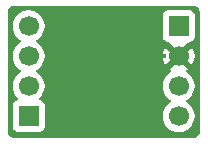
<source format=gbl>
G04 #@! TF.GenerationSoftware,KiCad,Pcbnew,9.0.4*
G04 #@! TF.CreationDate,2025-12-19T23:34:41-05:00*
G04 #@! TF.ProjectId,AD5626BRMZ-kent,41443536-3236-4425-924d-5a2d6b656e74,rev?*
G04 #@! TF.SameCoordinates,Original*
G04 #@! TF.FileFunction,Copper,L2,Bot*
G04 #@! TF.FilePolarity,Positive*
%FSLAX46Y46*%
G04 Gerber Fmt 4.6, Leading zero omitted, Abs format (unit mm)*
G04 Created by KiCad (PCBNEW 9.0.4) date 2025-12-19 23:34:41*
%MOMM*%
%LPD*%
G01*
G04 APERTURE LIST*
G04 #@! TA.AperFunction,ComponentPad*
%ADD10R,1.700000X1.700000*%
G04 #@! TD*
G04 #@! TA.AperFunction,ComponentPad*
%ADD11C,1.700000*%
G04 #@! TD*
G04 #@! TA.AperFunction,ViaPad*
%ADD12C,0.450000*%
G04 #@! TD*
G04 APERTURE END LIST*
D10*
X132080000Y-99060000D03*
D11*
X132080000Y-96520000D03*
X132080000Y-93980000D03*
X132080000Y-91440000D03*
D10*
X144780000Y-91440000D03*
D11*
X144780000Y-93980000D03*
X144780000Y-96520000D03*
X144780000Y-99060000D03*
D12*
X138000000Y-98000000D03*
X140000000Y-98000000D03*
X142000000Y-98000000D03*
X140000000Y-91400000D03*
X137500000Y-91400000D03*
X143500000Y-94000000D03*
X136000000Y-92000000D03*
X134500000Y-90500000D03*
G04 #@! TA.AperFunction,Conductor*
G36*
X146006922Y-89701279D02*
G01*
X146119518Y-89713966D01*
X146146583Y-89720143D01*
X146246927Y-89755255D01*
X146271941Y-89767301D01*
X146361955Y-89823860D01*
X146383662Y-89841172D01*
X146458827Y-89916337D01*
X146476140Y-89938046D01*
X146532697Y-90028056D01*
X146544745Y-90053074D01*
X146579855Y-90153414D01*
X146586033Y-90180484D01*
X146598720Y-90293077D01*
X146599500Y-90306961D01*
X146599500Y-100293038D01*
X146598720Y-100306921D01*
X146598720Y-100306922D01*
X146586033Y-100419515D01*
X146579855Y-100446585D01*
X146544745Y-100546925D01*
X146532697Y-100571943D01*
X146476140Y-100661953D01*
X146458827Y-100683662D01*
X146383662Y-100758827D01*
X146361953Y-100776140D01*
X146271943Y-100832697D01*
X146246925Y-100844745D01*
X146146585Y-100879855D01*
X146119516Y-100886033D01*
X146034855Y-100895572D01*
X146006921Y-100898720D01*
X145993039Y-100899500D01*
X130906961Y-100899500D01*
X130893077Y-100898720D01*
X130780484Y-100886033D01*
X130753414Y-100879855D01*
X130653074Y-100844745D01*
X130628056Y-100832697D01*
X130538046Y-100776140D01*
X130516337Y-100758827D01*
X130441172Y-100683662D01*
X130423859Y-100661953D01*
X130367302Y-100571943D01*
X130355254Y-100546925D01*
X130320144Y-100446585D01*
X130313966Y-100419514D01*
X130312950Y-100410500D01*
X130301280Y-100306921D01*
X130300500Y-100293038D01*
X130300500Y-91333713D01*
X130729500Y-91333713D01*
X130729500Y-91546286D01*
X130762753Y-91756239D01*
X130828444Y-91958414D01*
X130924951Y-92147820D01*
X131049890Y-92319786D01*
X131200213Y-92470109D01*
X131372182Y-92595050D01*
X131380946Y-92599516D01*
X131431742Y-92647491D01*
X131448536Y-92715312D01*
X131425998Y-92781447D01*
X131380946Y-92820484D01*
X131372182Y-92824949D01*
X131200213Y-92949890D01*
X131049890Y-93100213D01*
X130924951Y-93272179D01*
X130828444Y-93461585D01*
X130762753Y-93663760D01*
X130729500Y-93873713D01*
X130729500Y-94086286D01*
X130762753Y-94296239D01*
X130828444Y-94498414D01*
X130924951Y-94687820D01*
X131049890Y-94859786D01*
X131200213Y-95010109D01*
X131372182Y-95135050D01*
X131380946Y-95139516D01*
X131431742Y-95187491D01*
X131448536Y-95255312D01*
X131425998Y-95321447D01*
X131380946Y-95360484D01*
X131372182Y-95364949D01*
X131200213Y-95489890D01*
X131049890Y-95640213D01*
X130924951Y-95812179D01*
X130828444Y-96001585D01*
X130762753Y-96203760D01*
X130729500Y-96413713D01*
X130729500Y-96626286D01*
X130762753Y-96836239D01*
X130828444Y-97038414D01*
X130924951Y-97227820D01*
X131049890Y-97399786D01*
X131163430Y-97513326D01*
X131196915Y-97574649D01*
X131191931Y-97644341D01*
X131150059Y-97700274D01*
X131119083Y-97717189D01*
X130987669Y-97766203D01*
X130987664Y-97766206D01*
X130872455Y-97852452D01*
X130872452Y-97852455D01*
X130786206Y-97967664D01*
X130786202Y-97967671D01*
X130735908Y-98102517D01*
X130729501Y-98162116D01*
X130729501Y-98162123D01*
X130729500Y-98162135D01*
X130729500Y-99957870D01*
X130729501Y-99957876D01*
X130735908Y-100017483D01*
X130786202Y-100152328D01*
X130786206Y-100152335D01*
X130872452Y-100267544D01*
X130872455Y-100267547D01*
X130987664Y-100353793D01*
X130987671Y-100353797D01*
X131122517Y-100404091D01*
X131122516Y-100404091D01*
X131129444Y-100404835D01*
X131182127Y-100410500D01*
X132977872Y-100410499D01*
X133037483Y-100404091D01*
X133172331Y-100353796D01*
X133287546Y-100267546D01*
X133373796Y-100152331D01*
X133424091Y-100017483D01*
X133430500Y-99957873D01*
X133430499Y-98162128D01*
X133424091Y-98102517D01*
X133373796Y-97967669D01*
X133373795Y-97967668D01*
X133373793Y-97967664D01*
X133287547Y-97852455D01*
X133287544Y-97852452D01*
X133172335Y-97766206D01*
X133172328Y-97766202D01*
X133040917Y-97717189D01*
X132984983Y-97675318D01*
X132960566Y-97609853D01*
X132975418Y-97541580D01*
X132996563Y-97513332D01*
X133110104Y-97399792D01*
X133235051Y-97227816D01*
X133331557Y-97038412D01*
X133397246Y-96836243D01*
X133430500Y-96626287D01*
X133430500Y-96413713D01*
X133397246Y-96203757D01*
X133331557Y-96001588D01*
X133235051Y-95812184D01*
X133235049Y-95812181D01*
X133235048Y-95812179D01*
X133110109Y-95640213D01*
X132959786Y-95489890D01*
X132787820Y-95364951D01*
X132787115Y-95364591D01*
X132779054Y-95360485D01*
X132728259Y-95312512D01*
X132711463Y-95244692D01*
X132733999Y-95178556D01*
X132779054Y-95139515D01*
X132787816Y-95135051D01*
X132842572Y-95095269D01*
X132959786Y-95010109D01*
X132959788Y-95010106D01*
X132959792Y-95010104D01*
X133110104Y-94859792D01*
X133110106Y-94859788D01*
X133110109Y-94859786D01*
X133235048Y-94687820D01*
X133235047Y-94687820D01*
X133235051Y-94687816D01*
X133331557Y-94498412D01*
X133397246Y-94296243D01*
X133430500Y-94086287D01*
X133430500Y-93873713D01*
X133397246Y-93663757D01*
X133331557Y-93461588D01*
X133235051Y-93272184D01*
X133235049Y-93272181D01*
X133235048Y-93272179D01*
X133110109Y-93100213D01*
X132959786Y-92949890D01*
X132787820Y-92824951D01*
X132787115Y-92824591D01*
X132779054Y-92820485D01*
X132728259Y-92772512D01*
X132711463Y-92704692D01*
X132733999Y-92638556D01*
X132779054Y-92599515D01*
X132787816Y-92595051D01*
X132874138Y-92532335D01*
X132959786Y-92470109D01*
X132959788Y-92470106D01*
X132959792Y-92470104D01*
X133110104Y-92319792D01*
X133110106Y-92319788D01*
X133110109Y-92319786D01*
X133235048Y-92147820D01*
X133235047Y-92147820D01*
X133235051Y-92147816D01*
X133331557Y-91958412D01*
X133397246Y-91756243D01*
X133430500Y-91546287D01*
X133430500Y-91333713D01*
X133397246Y-91123757D01*
X133331557Y-90921588D01*
X133235051Y-90732184D01*
X133110104Y-90560208D01*
X133092031Y-90542135D01*
X143429500Y-90542135D01*
X143429500Y-92337870D01*
X143429501Y-92337876D01*
X143435908Y-92397483D01*
X143486202Y-92532328D01*
X143486206Y-92532335D01*
X143572452Y-92647544D01*
X143572455Y-92647547D01*
X143687664Y-92733793D01*
X143687671Y-92733797D01*
X143732618Y-92750561D01*
X143822517Y-92784091D01*
X143882127Y-92790500D01*
X143892685Y-92790499D01*
X143959723Y-92810179D01*
X143980372Y-92826818D01*
X144650591Y-93497037D01*
X144587007Y-93514075D01*
X144472993Y-93579901D01*
X144379901Y-93672993D01*
X144314075Y-93787007D01*
X144297037Y-93850591D01*
X143664728Y-93218282D01*
X143664727Y-93218282D01*
X143625380Y-93272439D01*
X143528904Y-93461782D01*
X143463242Y-93663869D01*
X143463242Y-93663872D01*
X143430000Y-93873753D01*
X143430000Y-94086246D01*
X143463242Y-94296127D01*
X143463242Y-94296130D01*
X143528904Y-94498217D01*
X143625375Y-94687550D01*
X143664728Y-94741716D01*
X144297037Y-94109408D01*
X144314075Y-94172993D01*
X144379901Y-94287007D01*
X144472993Y-94380099D01*
X144587007Y-94445925D01*
X144650590Y-94462962D01*
X144018282Y-95095269D01*
X144018282Y-95095270D01*
X144072452Y-95134626D01*
X144072451Y-95134626D01*
X144081495Y-95139234D01*
X144132292Y-95187208D01*
X144149087Y-95255029D01*
X144126550Y-95321164D01*
X144081499Y-95360202D01*
X144072182Y-95364949D01*
X143900213Y-95489890D01*
X143749890Y-95640213D01*
X143624951Y-95812179D01*
X143528444Y-96001585D01*
X143462753Y-96203760D01*
X143429500Y-96413713D01*
X143429500Y-96626286D01*
X143462753Y-96836239D01*
X143528444Y-97038414D01*
X143624951Y-97227820D01*
X143749890Y-97399786D01*
X143900213Y-97550109D01*
X144072182Y-97675050D01*
X144080946Y-97679516D01*
X144131742Y-97727491D01*
X144148536Y-97795312D01*
X144125998Y-97861447D01*
X144080946Y-97900484D01*
X144072182Y-97904949D01*
X143900213Y-98029890D01*
X143749890Y-98180213D01*
X143624951Y-98352179D01*
X143528444Y-98541585D01*
X143462753Y-98743760D01*
X143429500Y-98953713D01*
X143429500Y-99166286D01*
X143462753Y-99376239D01*
X143528444Y-99578414D01*
X143624951Y-99767820D01*
X143749890Y-99939786D01*
X143900213Y-100090109D01*
X144072179Y-100215048D01*
X144072181Y-100215049D01*
X144072184Y-100215051D01*
X144261588Y-100311557D01*
X144463757Y-100377246D01*
X144673713Y-100410500D01*
X144673714Y-100410500D01*
X144886286Y-100410500D01*
X144886287Y-100410500D01*
X145096243Y-100377246D01*
X145298412Y-100311557D01*
X145487816Y-100215051D01*
X145574138Y-100152335D01*
X145659786Y-100090109D01*
X145659788Y-100090106D01*
X145659792Y-100090104D01*
X145810104Y-99939792D01*
X145810106Y-99939788D01*
X145810109Y-99939786D01*
X145935048Y-99767820D01*
X145935047Y-99767820D01*
X145935051Y-99767816D01*
X146031557Y-99578412D01*
X146097246Y-99376243D01*
X146130500Y-99166287D01*
X146130500Y-98953713D01*
X146097246Y-98743757D01*
X146031557Y-98541588D01*
X145935051Y-98352184D01*
X145935049Y-98352181D01*
X145935048Y-98352179D01*
X145810109Y-98180213D01*
X145659786Y-98029890D01*
X145487820Y-97904951D01*
X145487115Y-97904591D01*
X145479054Y-97900485D01*
X145428259Y-97852512D01*
X145411463Y-97784692D01*
X145433999Y-97718556D01*
X145479054Y-97679515D01*
X145487816Y-97675051D01*
X145577554Y-97609853D01*
X145659786Y-97550109D01*
X145659788Y-97550106D01*
X145659792Y-97550104D01*
X145810104Y-97399792D01*
X145810106Y-97399788D01*
X145810109Y-97399786D01*
X145935048Y-97227820D01*
X145935047Y-97227820D01*
X145935051Y-97227816D01*
X146031557Y-97038412D01*
X146097246Y-96836243D01*
X146130500Y-96626287D01*
X146130500Y-96413713D01*
X146097246Y-96203757D01*
X146031557Y-96001588D01*
X145935051Y-95812184D01*
X145935049Y-95812181D01*
X145935048Y-95812179D01*
X145810109Y-95640213D01*
X145659786Y-95489890D01*
X145487817Y-95364949D01*
X145478504Y-95360204D01*
X145427707Y-95312230D01*
X145410912Y-95244409D01*
X145433449Y-95178274D01*
X145478507Y-95139232D01*
X145487555Y-95134622D01*
X145541716Y-95095270D01*
X145541717Y-95095270D01*
X144909408Y-94462962D01*
X144972993Y-94445925D01*
X145087007Y-94380099D01*
X145180099Y-94287007D01*
X145245925Y-94172993D01*
X145262962Y-94109408D01*
X145895270Y-94741717D01*
X145895270Y-94741716D01*
X145934622Y-94687554D01*
X146031095Y-94498217D01*
X146096757Y-94296130D01*
X146096757Y-94296127D01*
X146130000Y-94086246D01*
X146130000Y-93873753D01*
X146096757Y-93663872D01*
X146096757Y-93663869D01*
X146031095Y-93461782D01*
X145934624Y-93272449D01*
X145895270Y-93218282D01*
X145895269Y-93218282D01*
X145262962Y-93850590D01*
X145245925Y-93787007D01*
X145180099Y-93672993D01*
X145087007Y-93579901D01*
X144972993Y-93514075D01*
X144909409Y-93497037D01*
X145579627Y-92826818D01*
X145640950Y-92793333D01*
X145667307Y-92790499D01*
X145677872Y-92790499D01*
X145737483Y-92784091D01*
X145872331Y-92733796D01*
X145987546Y-92647546D01*
X146073796Y-92532331D01*
X146124091Y-92397483D01*
X146130500Y-92337873D01*
X146130499Y-90542128D01*
X146124091Y-90482517D01*
X146073796Y-90347669D01*
X146073795Y-90347668D01*
X146073793Y-90347664D01*
X145987547Y-90232455D01*
X145987544Y-90232452D01*
X145872335Y-90146206D01*
X145872328Y-90146202D01*
X145737482Y-90095908D01*
X145737483Y-90095908D01*
X145677883Y-90089501D01*
X145677881Y-90089500D01*
X145677873Y-90089500D01*
X145677864Y-90089500D01*
X143882129Y-90089500D01*
X143882123Y-90089501D01*
X143822516Y-90095908D01*
X143687671Y-90146202D01*
X143687664Y-90146206D01*
X143572455Y-90232452D01*
X143572452Y-90232455D01*
X143486206Y-90347664D01*
X143486202Y-90347671D01*
X143435908Y-90482517D01*
X143429501Y-90542116D01*
X143429501Y-90542123D01*
X143429500Y-90542135D01*
X133092031Y-90542135D01*
X132959792Y-90409896D01*
X132959786Y-90409890D01*
X132787820Y-90284951D01*
X132598414Y-90188444D01*
X132598413Y-90188443D01*
X132598412Y-90188443D01*
X132396243Y-90122754D01*
X132396241Y-90122753D01*
X132396240Y-90122753D01*
X132234957Y-90097208D01*
X132186287Y-90089500D01*
X131973713Y-90089500D01*
X131925042Y-90097208D01*
X131763760Y-90122753D01*
X131561585Y-90188444D01*
X131372179Y-90284951D01*
X131200213Y-90409890D01*
X131049890Y-90560213D01*
X130924951Y-90732179D01*
X130828444Y-90921585D01*
X130762753Y-91123760D01*
X130729500Y-91333713D01*
X130300500Y-91333713D01*
X130300500Y-90306961D01*
X130301280Y-90293078D01*
X130306441Y-90247273D01*
X130313966Y-90180481D01*
X130320142Y-90153418D01*
X130355256Y-90053068D01*
X130367299Y-90028062D01*
X130423863Y-89938040D01*
X130441168Y-89916341D01*
X130516341Y-89841168D01*
X130538040Y-89823863D01*
X130628062Y-89767299D01*
X130653068Y-89755256D01*
X130753418Y-89720142D01*
X130780481Y-89713966D01*
X130877769Y-89703004D01*
X130893078Y-89701280D01*
X130906961Y-89700500D01*
X130957583Y-89700500D01*
X145942417Y-89700500D01*
X145993039Y-89700500D01*
X146006922Y-89701279D01*
G37*
G04 #@! TD.AperFunction*
M02*

</source>
